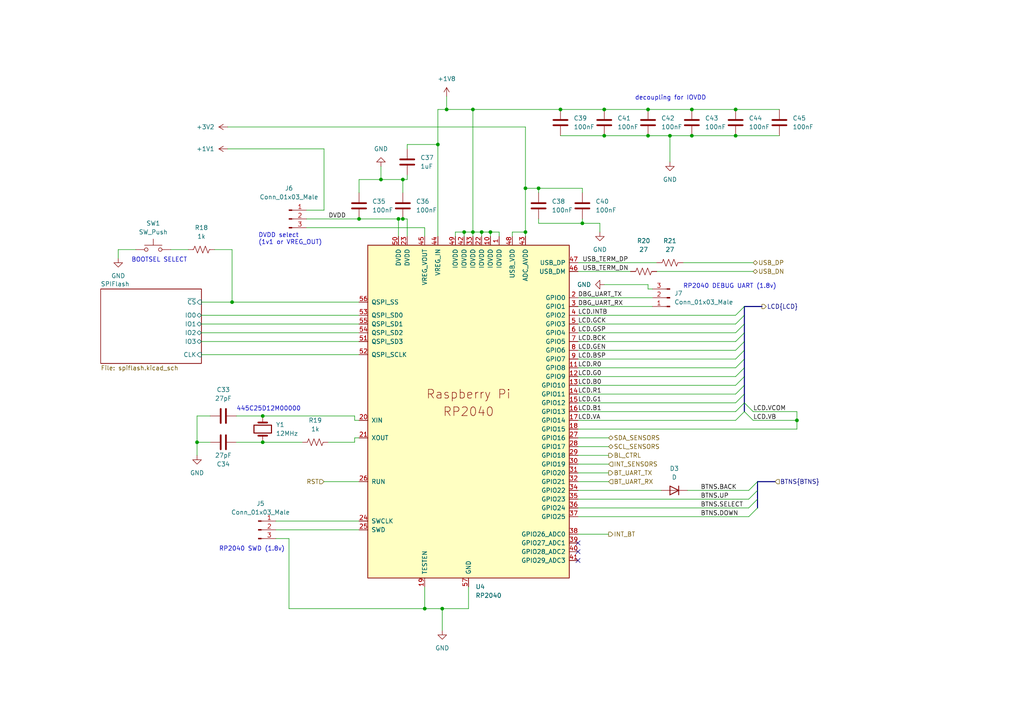
<source format=kicad_sch>
(kicad_sch (version 20211123) (generator eeschema)
  (paper "A4")
  (title_block (title "Main CPU") (rev "A") (company "Matthew Mirvish") (comment 1 "MWatch -- a cool smartwatch"))
  (lib_symbols
    (symbol "3v2:+3V2" (power) (pin_names (offset 0))
      (property "Value" "+3V2" (at 0 3.556 0))
      (symbol "+3V2_0_1"
        (polyline (pts (xy -0.762 1.27) (xy 0 2.54)))
        (polyline (pts (xy 0 0) (xy 0 2.54)))
        (polyline (pts (xy 0 2.54) (xy 0.762 1.27)))
      )
      (symbol "+3V2_1_1"
        (pin power_in line (at 0 0 90) (length 0) hide (name "+3V2") (number "1"))
      )
    )
    (symbol "Connector:Conn_01x03_Male" (pin_names (offset 1.016) hide)
      (property "Reference" "J" (at 0 5.08 0))
      (property "Value" "Conn_01x03_Male" (at 0 -5.08 0))
      (symbol "Conn_01x03_Male_1_1"
        (polyline (pts (xy 1.27 -2.54) (xy 0.8636 -2.54)) (stroke (width 0.1524)))
        (polyline (pts (xy 1.27 0) (xy 0.8636 0)) (stroke (width 0.1524)))
        (polyline (pts (xy 1.27 2.54) (xy 0.8636 2.54)) (stroke (width 0.1524)))
        (rectangle (start 0.8636 -2.413) (end 0 -2.667) (stroke (width 0.1524)) (fill (type outline)))
        (rectangle (start 0.8636 0.127) (end 0 -0.127) (stroke (width 0.1524)) (fill (type outline)))
        (rectangle (start 0.8636 2.667) (end 0 2.413) (stroke (width 0.1524)) (fill (type outline)))
        (pin passive line (at 5.08 2.54 180) (length 3.81) (name "Pin_1") (number "1"))
        (pin passive line (at 5.08 0 180) (length 3.81) (name "Pin_2") (number "2"))
        (pin passive line (at 5.08 -2.54 180) (length 3.81) (name "Pin_3") (number "3"))
      )
    )
    (symbol "Device:C" (pin_numbers hide) (pin_names (offset 0.254))
      (property "Reference" "C" (at 0.635 2.54 0))
      (property "Value" "C" (at 0.635 -2.54 0))
      (symbol "C_0_1"
        (polyline (pts (xy -2.032 -0.762) (xy 2.032 -0.762)) (stroke (width 0.508)))
        (polyline (pts (xy -2.032 0.762) (xy 2.032 0.762)) (stroke (width 0.508)))
      )
      (symbol "C_1_1"
        (pin passive line (at 0 3.81 270) (length 2.794) (name "~") (number "1"))
        (pin passive line (at 0 -3.81 90) (length 2.794) (name "~") (number "2"))
      )
    )
    (symbol "Device:Crystal" (pin_numbers hide) (pin_names (offset 1.016) hide)
      (property "Reference" "Y" (at 0 3.81 0))
      (property "Value" "Crystal" (at 0 -3.81 0))
      (symbol "Crystal_0_1"
        (rectangle (start -1.143 2.54) (end 1.143 -2.54) (stroke (width 0.3048)))
        (polyline (pts (xy -2.54 0) (xy -1.905 0)))
        (polyline (pts (xy -1.905 -1.27) (xy -1.905 1.27)) (stroke (width 0.508)))
        (polyline (pts (xy 1.905 -1.27) (xy 1.905 1.27)) (stroke (width 0.508)))
        (polyline (pts (xy 2.54 0) (xy 1.905 0)))
      )
      (symbol "Crystal_1_1"
        (pin passive line (at -3.81 0 0) (length 1.27) (name "1") (number "1"))
        (pin passive line (at 3.81 0 180) (length 1.27) (name "2") (number "2"))
      )
    )
    (symbol "Device:D" (pin_numbers hide) (pin_names (offset 1.016) hide)
      (property "Reference" "D" (at 0 2.54 0))
      (property "Value" "D" (at 0 -2.54 0))
      (symbol "D_0_1"
        (polyline (pts (xy -1.27 1.27) (xy -1.27 -1.27)) (stroke (width 0.254)))
        (polyline (pts (xy 1.27 0) (xy -1.27 0)))
        (polyline (pts (xy 1.27 1.27) (xy 1.27 -1.27) (xy -1.27 0) (xy 1.27 1.27)) (stroke (width 0.254)))
      )
      (symbol "D_1_1"
        (pin passive line (at -3.81 0 0) (length 2.54) (name "K") (number "1"))
        (pin passive line (at 3.81 0 180) (length 2.54) (name "A") (number "2"))
      )
    )
    (symbol "Device:R_US" (pin_numbers hide) (pin_names (offset 0))
      (property "Reference" "R" (at 2.54 0 90))
      (property "Value" "R_US" (at -2.54 0 90))
      (symbol "R_US_0_1"
        (polyline (pts (xy 0 -2.286) (xy 0 -2.54)))
        (polyline (pts (xy 0 2.286) (xy 0 2.54)))
        (polyline (pts (xy 0 -0.762) (xy 1.016 -1.143) (xy 0 -1.524) (xy -1.016 -1.905) (xy 0 -2.286)))
        (polyline (pts (xy 0 0.762) (xy 1.016 0.381) (xy 0 0) (xy -1.016 -0.381) (xy 0 -0.762)))
        (polyline (pts (xy 0 2.286) (xy 1.016 1.905) (xy 0 1.524) (xy -1.016 1.143) (xy 0 0.762)))
      )
      (symbol "R_US_1_1"
        (pin passive line (at 0 3.81 270) (length 1.27) (name "~") (number "1"))
        (pin passive line (at 0 -3.81 90) (length 1.27) (name "~") (number "2"))
      )
    )
    (symbol "Switch:SW_Push" (pin_numbers hide) (pin_names (offset 1.016) hide)
      (property "Reference" "SW" (at 1.27 2.54 0))
      (property "Value" "SW_Push" (at 0 -1.524 0))
      (symbol "SW_Push_0_1"
        (circle (center -2.032 0) (radius 0.508))
        (polyline (pts (xy 0 1.27) (xy 0 3.048)))
        (polyline (pts (xy 2.54 1.27) (xy -2.54 1.27)))
        (circle (center 2.032 0) (radius 0.508))
        (pin passive line (at -5.08 0 0) (length 2.54) (name "1") (number "1"))
        (pin passive line (at 5.08 0 180) (length 2.54) (name "2") (number "2"))
      )
    )
    (symbol "power:+1V1" (power) (pin_names (offset 0))
      (property "Value" "+1V1" (at 0 3.556 0))
      (symbol "+1V1_0_1"
        (polyline (pts (xy -0.762 1.27) (xy 0 2.54)))
        (polyline (pts (xy 0 0) (xy 0 2.54)))
        (polyline (pts (xy 0 2.54) (xy 0.762 1.27)))
      )
      (symbol "+1V1_1_1"
        (pin power_in line (at 0 0 90) (length 0) hide (name "+1V1") (number "1"))
      )
    )
    (symbol "power:+1V8" (power) (pin_names (offset 0))
      (property "Value" "+1V8" (at 0 3.556 0))
      (symbol "+1V8_0_1"
        (polyline (pts (xy -0.762 1.27) (xy 0 2.54)))
        (polyline (pts (xy 0 0) (xy 0 2.54)))
        (polyline (pts (xy 0 2.54) (xy 0.762 1.27)))
      )
      (symbol "+1V8_1_1"
        (pin power_in line (at 0 0 90) (length 0) hide (name "+1V8") (number "1"))
      )
    )
    (symbol "power:GND" (power) (pin_names (offset 0))
      (property "Value" "GND" (at 0 -3.81 0))
      (symbol "GND_0_1"
        (polyline (pts (xy 0 0) (xy 0 -1.27) (xy 1.27 -1.27) (xy 0 -2.54) (xy -1.27 -1.27) (xy 0 -1.27)))
      )
      (symbol "GND_1_1"
        (pin power_in line (at 0 0 270) (length 0) hide (name "GND") (number "1"))
      )
    )
    (symbol "rp2040:RP2040" (pin_names (offset 1.016))
      (property "Reference" "U" (at -29.21 49.53 0))
      (property "Value" "RP2040" (at 24.13 -49.53 0))
      (symbol "RP2040_0_0"
        (text "Raspberry Pi" (at 0 5.08 0) (effects (font (size 2.54 2.54))))
        (text "RP2040" (at 0 0 0) (effects (font (size 2.54 2.54))))
      )
      (symbol "RP2040_0_1"
        (rectangle (start 29.21 48.26) (end -29.21 -48.26) (stroke (width 0.254)) (fill (type background)))
      )
      (symbol "RP2040_1_1"
        (pin power_in line (at 8.89 50.8 270) (length 2.54) (name "IOVDD") (number "1"))
        (pin power_in line (at 6.35 50.8 270) (length 2.54) (name "IOVDD") (number "10"))
        (pin bidirectional line (at 31.75 12.7 180) (length 2.54) (name "GPIO8") (number "11"))
        (pin bidirectional line (at 31.75 10.16 180) (length 2.54) (name "GPIO9") (number "12"))
        (pin bidirectional line (at 31.75 7.62 180) (length 2.54) (name "GPIO10") (number "13"))
        (pin bidirectional line (at 31.75 5.08 180) (length 2.54) (name "GPIO11") (number "14"))
        (pin bidirectional line (at 31.75 2.54 180) (length 2.54) (name "GPIO12") (number "15"))
        (pin bidirectional line (at 31.75 0 180) (length 2.54) (name "GPIO13") (number "16"))
        (pin bidirectional line (at 31.75 -2.54 180) (length 2.54) (name "GPIO14") (number "17"))
        (pin bidirectional line (at 31.75 -5.08 180) (length 2.54) (name "GPIO15") (number "18"))
        (pin passive line (at -12.7 -50.8 90) (length 2.54) (name "TESTEN") (number "19"))
        (pin bidirectional line (at 31.75 33.02 180) (length 2.54) (name "GPIO0") (number "2"))
        (pin input line (at -31.75 -2.54 0) (length 2.54) (name "XIN") (number "20"))
        (pin passive line (at -31.75 -7.62 0) (length 2.54) (name "XOUT") (number "21"))
        (pin power_in line (at 3.81 50.8 270) (length 2.54) (name "IOVDD") (number "22"))
        (pin power_in line (at -17.78 50.8 270) (length 2.54) (name "DVDD") (number "23"))
        (pin output line (at -31.75 -31.75 0) (length 2.54) (name "SWCLK") (number "24"))
        (pin bidirectional line (at -31.75 -34.29 0) (length 2.54) (name "SWD") (number "25"))
        (pin input line (at -31.75 -20.32 0) (length 2.54) (name "RUN") (number "26"))
        (pin bidirectional line (at 31.75 -7.62 180) (length 2.54) (name "GPIO16") (number "27"))
        (pin bidirectional line (at 31.75 -10.16 180) (length 2.54) (name "GPIO17") (number "28"))
        (pin bidirectional line (at 31.75 -12.7 180) (length 2.54) (name "GPIO18") (number "29"))
        (pin bidirectional line (at 31.75 30.48 180) (length 2.54) (name "GPIO1") (number "3"))
        (pin bidirectional line (at 31.75 -15.24 180) (length 2.54) (name "GPIO19") (number "30"))
        (pin bidirectional line (at 31.75 -17.78 180) (length 2.54) (name "GPIO20") (number "31"))
        (pin bidirectional line (at 31.75 -20.32 180) (length 2.54) (name "GPIO21") (number "32"))
        (pin power_in line (at 1.27 50.8 270) (length 2.54) (name "IOVDD") (number "33"))
        (pin bidirectional line (at 31.75 -22.86 180) (length 2.54) (name "GPIO22") (number "34"))
        (pin bidirectional line (at 31.75 -25.4 180) (length 2.54) (name "GPIO23") (number "35"))
        (pin bidirectional line (at 31.75 -27.94 180) (length 2.54) (name "GPIO24") (number "36"))
        (pin bidirectional line (at 31.75 -30.48 180) (length 2.54) (name "GPIO25") (number "37"))
        (pin bidirectional line (at 31.75 -35.56 180) (length 2.54) (name "GPIO26_ADC0") (number "38"))
        (pin bidirectional line (at 31.75 -38.1 180) (length 2.54) (name "GPIO27_ADC1") (number "39"))
        (pin bidirectional line (at 31.75 27.94 180) (length 2.54) (name "GPIO2") (number "4"))
        (pin bidirectional line (at 31.75 -40.64 180) (length 2.54) (name "GPIO28_ADC2") (number "40"))
        (pin bidirectional line (at 31.75 -43.18 180) (length 2.54) (name "GPIO29_ADC3") (number "41"))
        (pin power_in line (at -1.27 50.8 270) (length 2.54) (name "IOVDD") (number "42"))
        (pin power_in line (at 16.51 50.8 270) (length 2.54) (name "ADC_AVDD") (number "43"))
        (pin power_in line (at -8.89 50.8 270) (length 2.54) (name "VREG_IN") (number "44"))
        (pin power_out line (at -12.7 50.8 270) (length 2.54) (name "VREG_VOUT") (number "45"))
        (pin bidirectional line (at 31.75 40.64 180) (length 2.54) (name "USB_DM") (number "46"))
        (pin bidirectional line (at 31.75 43.18 180) (length 2.54) (name "USB_DP") (number "47"))
        (pin power_in line (at 12.7 50.8 270) (length 2.54) (name "USB_VDD") (number "48"))
        (pin power_in line (at -3.81 50.8 270) (length 2.54) (name "IOVDD") (number "49"))
        (pin bidirectional line (at 31.75 25.4 180) (length 2.54) (name "GPIO3") (number "5"))
        (pin power_in line (at -20.32 50.8 270) (length 2.54) (name "DVDD") (number "50"))
        (pin bidirectional line (at -31.75 20.32 0) (length 2.54) (name "QSPI_SD3") (number "51"))
        (pin output line (at -31.75 16.51 0) (length 2.54) (name "QSPI_SCLK") (number "52"))
        (pin bidirectional line (at -31.75 27.94 0) (length 2.54) (name "QSPI_SD0") (number "53"))
        (pin bidirectional line (at -31.75 22.86 0) (length 2.54) (name "QSPI_SD2") (number "54"))
        (pin bidirectional line (at -31.75 25.4 0) (length 2.54) (name "QSPI_SD1") (number "55"))
        (pin bidirectional line (at -31.75 31.75 0) (length 2.54) (name "QSPI_SS") (number "56"))
        (pin power_in line (at 0 -50.8 90) (length 2.54) (name "GND") (number "57"))
        (pin bidirectional line (at 31.75 22.86 180) (length 2.54) (name "GPIO4") (number "6"))
        (pin bidirectional line (at 31.75 20.32 180) (length 2.54) (name "GPIO5") (number "7"))
        (pin bidirectional line (at 31.75 17.78 180) (length 2.54) (name "GPIO6") (number "8"))
        (pin bidirectional line (at 31.75 15.24 180) (length 2.54) (name "GPIO7") (number "9"))
      )
    )
  )
  (junction (at 162.56 31.75))
  (junction (at 175.26 39.37))
  (junction (at 67.31 87.63))
  (junction (at 76.2 120.65))
  (junction (at 134.62 67.31))
  (junction (at 213.36 39.37))
  (junction (at 137.16 67.31))
  (junction (at 139.7 67.31))
  (junction (at 57.15 128.27))
  (junction (at 137.16 31.75))
  (junction (at 142.24 67.31))
  (junction (at 231.14 121.92))
  (junction (at 194.31 39.37))
  (junction (at 104.14 63.5))
  (junction (at 123.19 176.53))
  (junction (at 129.54 31.75))
  (junction (at 168.91 64.77))
  (junction (at 156.21 54.61))
  (junction (at 152.4 54.61))
  (junction (at 200.66 31.75))
  (junction (at 116.84 63.5))
  (junction (at 110.49 52.07))
  (junction (at 115.57 63.5))
  (junction (at 200.66 39.37))
  (junction (at 187.96 39.37))
  (junction (at 175.26 31.75))
  (junction (at 76.2 128.27))
  (junction (at 116.84 52.07))
  (junction (at 127 41.91))
  (junction (at 128.27 176.53))
  (junction (at 152.4 67.31))
  (junction (at 213.36 31.75))
  (junction (at 187.96 31.75))
  (no_connect (at 167.64 157.48))
  (no_connect (at 167.64 160.02))
  (no_connect (at 167.64 162.56))
  (bus_entry (at 219.71 139.7) (size -2.54 2.54))
  (bus_entry (at 215.9 91.44) (size -2.54 2.54))
  (bus_entry (at 215.9 104.14) (size -2.54 2.54))
  (bus_entry (at 215.9 106.68) (size -2.54 2.54))
  (bus_entry (at 215.9 109.22) (size -2.54 2.54))
  (bus_entry (at 219.71 147.32) (size -2.54 2.54))
  (bus_entry (at 215.9 93.98) (size -2.54 2.54))
  (bus_entry (at 215.9 114.3) (size -2.54 2.54))
  (bus_entry (at 215.9 116.84) (size -2.54 2.54))
  (bus_entry (at 215.9 119.38) (size -2.54 2.54))
  (bus_entry (at 215.9 116.84) (size 2.54 2.54))
  (bus_entry (at 219.71 144.78) (size -2.54 2.54))
  (bus_entry (at 215.9 99.06) (size -2.54 2.54))
  (bus_entry (at 215.9 111.76) (size -2.54 2.54))
  (bus_entry (at 215.9 101.6) (size -2.54 2.54))
  (bus_entry (at 215.9 96.52) (size -2.54 2.54))
  (bus_entry (at 215.9 88.9) (size -2.54 2.54))
  (bus_entry (at 219.71 142.24) (size -2.54 2.54))
  (bus_entry (at 215.9 119.38) (size 2.54 2.54))
  (wire (pts (xy 167.64 86.36) (xy 189.23 86.36)))
  (wire (pts (xy 213.36 31.75) (xy 226.06 31.75)))
  (wire (pts (xy 167.64 78.74) (xy 182.88 78.74)))
  (wire (pts (xy 167.64 114.3) (xy 213.36 114.3)))
  (wire (pts (xy 88.9 66.04) (xy 123.19 66.04)))
  (wire (pts (xy 58.42 93.98) (xy 104.14 93.98)))
  (wire (pts (xy 167.64 99.06) (xy 213.36 99.06)))
  (wire (pts (xy 167.64 93.98) (xy 213.36 93.98)))
  (wire (pts (xy 128.27 176.53) (xy 128.27 182.88)))
  (wire (pts (xy 167.64 106.68) (xy 213.36 106.68)))
  (wire (pts (xy 104.14 52.07) (xy 110.49 52.07)))
  (wire (pts (xy 167.64 142.24) (xy 191.77 142.24)))
  (wire (pts (xy 132.08 67.31) (xy 132.08 68.58)))
  (bus (pts (xy 215.9 114.3) (xy 215.9 116.84)))
  (bus (pts (xy 215.9 111.76) (xy 215.9 114.3)))
  (wire (pts (xy 167.64 109.22) (xy 213.36 109.22)))
  (wire (pts (xy 128.27 176.53) (xy 123.19 176.53)))
  (wire (pts (xy 34.29 72.39) (xy 39.37 72.39)))
  (wire (pts (xy 173.99 67.31) (xy 173.99 64.77)))
  (wire (pts (xy 132.08 67.31) (xy 134.62 67.31)))
  (wire (pts (xy 102.87 120.65) (xy 102.87 121.92)))
  (bus (pts (xy 215.9 88.9) (xy 215.9 91.44)))
  (wire (pts (xy 104.14 55.88) (xy 104.14 52.07)))
  (wire (pts (xy 102.87 128.27) (xy 102.87 127)))
  (wire (pts (xy 58.42 102.87) (xy 104.14 102.87)))
  (wire (pts (xy 57.15 132.08) (xy 57.15 128.27)))
  (wire (pts (xy 139.7 67.31) (xy 139.7 68.58)))
  (wire (pts (xy 152.4 68.58) (xy 152.4 67.31)))
  (wire (pts (xy 118.11 50.8) (xy 118.11 52.07)))
  (wire (pts (xy 34.29 74.93) (xy 34.29 72.39)))
  (bus (pts (xy 215.9 109.22) (xy 215.9 111.76)))
  (wire (pts (xy 66.04 36.83) (xy 152.4 36.83)))
  (wire (pts (xy 95.25 128.27) (xy 102.87 128.27)))
  (wire (pts (xy 123.19 68.58) (xy 123.19 66.04)))
  (wire (pts (xy 156.21 64.77) (xy 156.21 63.5)))
  (wire (pts (xy 135.89 170.18) (xy 135.89 176.53)))
  (wire (pts (xy 118.11 63.5) (xy 118.11 68.58)))
  (wire (pts (xy 129.54 27.94) (xy 129.54 31.75)))
  (wire (pts (xy 175.26 82.55) (xy 187.96 82.55)))
  (wire (pts (xy 213.36 91.44) (xy 167.64 91.44)))
  (wire (pts (xy 162.56 31.75) (xy 175.26 31.75)))
  (wire (pts (xy 58.42 99.06) (xy 104.14 99.06)))
  (wire (pts (xy 118.11 41.91) (xy 118.11 43.18)))
  (wire (pts (xy 127 31.75) (xy 127 41.91)))
  (wire (pts (xy 198.12 76.2) (xy 218.44 76.2)))
  (wire (pts (xy 175.26 31.75) (xy 187.96 31.75)))
  (wire (pts (xy 167.64 127) (xy 176.53 127)))
  (wire (pts (xy 142.24 67.31) (xy 142.24 68.58)))
  (wire (pts (xy 187.96 82.55) (xy 187.96 83.82)))
  (wire (pts (xy 156.21 54.61) (xy 168.91 54.61)))
  (wire (pts (xy 80.01 153.67) (xy 104.14 153.67)))
  (wire (pts (xy 167.64 111.76) (xy 213.36 111.76)))
  (wire (pts (xy 142.24 67.31) (xy 144.78 67.31)))
  (wire (pts (xy 127 31.75) (xy 129.54 31.75)))
  (bus (pts (xy 220.98 88.9) (xy 215.9 88.9)))
  (wire (pts (xy 137.16 67.31) (xy 139.7 67.31)))
  (wire (pts (xy 200.66 31.75) (xy 213.36 31.75)))
  (wire (pts (xy 162.56 39.37) (xy 175.26 39.37)))
  (wire (pts (xy 231.14 121.92) (xy 231.14 124.46)))
  (wire (pts (xy 152.4 54.61) (xy 156.21 54.61)))
  (wire (pts (xy 60.96 120.65) (xy 57.15 120.65)))
  (wire (pts (xy 190.5 78.74) (xy 218.44 78.74)))
  (bus (pts (xy 215.9 96.52) (xy 215.9 99.06)))
  (wire (pts (xy 167.64 147.32) (xy 217.17 147.32)))
  (wire (pts (xy 167.64 96.52) (xy 213.36 96.52)))
  (wire (pts (xy 137.16 31.75) (xy 162.56 31.75)))
  (bus (pts (xy 215.9 93.98) (xy 215.9 96.52)))
  (wire (pts (xy 88.9 63.5) (xy 104.14 63.5)))
  (wire (pts (xy 116.84 52.07) (xy 116.84 55.88)))
  (wire (pts (xy 104.14 63.5) (xy 115.57 63.5)))
  (wire (pts (xy 115.57 63.5) (xy 115.57 68.58)))
  (wire (pts (xy 187.96 39.37) (xy 194.31 39.37)))
  (wire (pts (xy 200.66 39.37) (xy 213.36 39.37)))
  (wire (pts (xy 58.42 96.52) (xy 104.14 96.52)))
  (wire (pts (xy 137.16 67.31) (xy 137.16 68.58)))
  (wire (pts (xy 116.84 63.5) (xy 115.57 63.5)))
  (wire (pts (xy 167.64 132.08) (xy 176.53 132.08)))
  (wire (pts (xy 68.58 128.27) (xy 76.2 128.27)))
  (bus (pts (xy 215.9 91.44) (xy 215.9 93.98)))
  (wire (pts (xy 167.64 139.7) (xy 176.53 139.7)))
  (wire (pts (xy 93.98 43.18) (xy 66.04 43.18)))
  (wire (pts (xy 76.2 120.65) (xy 102.87 120.65)))
  (wire (pts (xy 67.31 72.39) (xy 67.31 87.63)))
  (wire (pts (xy 194.31 39.37) (xy 200.66 39.37)))
  (wire (pts (xy 76.2 128.27) (xy 87.63 128.27)))
  (wire (pts (xy 110.49 48.26) (xy 110.49 52.07)))
  (wire (pts (xy 187.96 83.82) (xy 189.23 83.82)))
  (wire (pts (xy 156.21 55.88) (xy 156.21 54.61)))
  (wire (pts (xy 218.44 121.92) (xy 231.14 121.92)))
  (wire (pts (xy 118.11 52.07) (xy 116.84 52.07)))
  (wire (pts (xy 134.62 67.31) (xy 137.16 67.31)))
  (bus (pts (xy 224.79 139.7) (xy 219.71 139.7)))
  (wire (pts (xy 127 41.91) (xy 127 68.58)))
  (wire (pts (xy 139.7 67.31) (xy 142.24 67.31)))
  (wire (pts (xy 129.54 31.75) (xy 137.16 31.75)))
  (wire (pts (xy 88.9 60.96) (xy 93.98 60.96)))
  (wire (pts (xy 80.01 151.13) (xy 104.14 151.13)))
  (wire (pts (xy 134.62 68.58) (xy 134.62 67.31)))
  (bus (pts (xy 219.71 144.78) (xy 219.71 147.32)))
  (bus (pts (xy 215.9 99.06) (xy 215.9 101.6)))
  (wire (pts (xy 167.64 76.2) (xy 190.5 76.2)))
  (wire (pts (xy 167.64 119.38) (xy 213.36 119.38)))
  (wire (pts (xy 168.91 63.5) (xy 168.91 64.77)))
  (wire (pts (xy 187.96 31.75) (xy 200.66 31.75)))
  (wire (pts (xy 231.14 119.38) (xy 231.14 121.92)))
  (wire (pts (xy 93.98 60.96) (xy 93.98 43.18)))
  (bus (pts (xy 215.9 101.6) (xy 215.9 104.14)))
  (wire (pts (xy 93.98 139.7) (xy 104.14 139.7)))
  (wire (pts (xy 116.84 63.5) (xy 118.11 63.5)))
  (wire (pts (xy 62.23 72.39) (xy 67.31 72.39)))
  (wire (pts (xy 167.64 124.46) (xy 231.14 124.46)))
  (wire (pts (xy 118.11 41.91) (xy 127 41.91)))
  (bus (pts (xy 215.9 116.84) (xy 215.9 119.38)))
  (wire (pts (xy 152.4 54.61) (xy 152.4 67.31)))
  (wire (pts (xy 123.19 176.53) (xy 123.19 170.18)))
  (wire (pts (xy 167.64 104.14) (xy 213.36 104.14)))
  (wire (pts (xy 67.31 87.63) (xy 104.14 87.63)))
  (wire (pts (xy 168.91 64.77) (xy 156.21 64.77)))
  (wire (pts (xy 83.82 156.21) (xy 80.01 156.21)))
  (wire (pts (xy 167.64 144.78) (xy 217.17 144.78)))
  (wire (pts (xy 167.64 121.92) (xy 213.36 121.92)))
  (wire (pts (xy 49.53 72.39) (xy 54.61 72.39)))
  (wire (pts (xy 58.42 91.44) (xy 104.14 91.44)))
  (bus (pts (xy 215.9 106.68) (xy 215.9 109.22)))
  (wire (pts (xy 167.64 129.54) (xy 176.53 129.54)))
  (wire (pts (xy 58.42 87.63) (xy 67.31 87.63)))
  (bus (pts (xy 219.71 139.7) (xy 219.71 142.24)))
  (wire (pts (xy 175.26 39.37) (xy 187.96 39.37)))
  (bus (pts (xy 219.71 142.24) (xy 219.71 144.78)))
  (wire (pts (xy 194.31 46.99) (xy 194.31 39.37)))
  (wire (pts (xy 148.59 67.31) (xy 148.59 68.58)))
  (wire (pts (xy 167.64 134.62) (xy 176.53 134.62)))
  (wire (pts (xy 199.39 142.24) (xy 217.17 142.24)))
  (wire (pts (xy 102.87 121.92) (xy 104.14 121.92)))
  (wire (pts (xy 57.15 128.27) (xy 60.96 128.27)))
  (wire (pts (xy 152.4 67.31) (xy 148.59 67.31)))
  (wire (pts (xy 167.64 137.16) (xy 176.53 137.16)))
  (wire (pts (xy 167.64 101.6) (xy 213.36 101.6)))
  (bus (pts (xy 215.9 104.14) (xy 215.9 106.68)))
  (wire (pts (xy 173.99 64.77) (xy 168.91 64.77)))
  (wire (pts (xy 168.91 54.61) (xy 168.91 55.88)))
  (wire (pts (xy 102.87 127) (xy 104.14 127)))
  (wire (pts (xy 218.44 119.38) (xy 231.14 119.38)))
  (wire (pts (xy 167.64 149.86) (xy 217.17 149.86)))
  (wire (pts (xy 68.58 120.65) (xy 76.2 120.65)))
  (wire (pts (xy 110.49 52.07) (xy 116.84 52.07)))
  (wire (pts (xy 144.78 68.58) (xy 144.78 67.31)))
  (wire (pts (xy 167.64 154.94) (xy 176.53 154.94)))
  (wire (pts (xy 135.89 176.53) (xy 128.27 176.53)))
  (wire (pts (xy 167.64 116.84) (xy 213.36 116.84)))
  (wire (pts (xy 83.82 176.53) (xy 83.82 156.21)))
  (wire (pts (xy 213.36 39.37) (xy 226.06 39.37)))
  (wire (pts (xy 123.19 176.53) (xy 83.82 176.53)))
  (wire (pts (xy 137.16 31.75) (xy 137.16 67.31)))
  (wire (pts (xy 57.15 120.65) (xy 57.15 128.27)))
  (wire (pts (xy 167.64 88.9) (xy 189.23 88.9)))
  (wire (pts (xy 152.4 36.83) (xy 152.4 54.61)))
  (text "decoupling for IOVDD" (at 184.15 29.21 0) (effects (font (size 1.27 1.27)) (justify left bottom)))
  (text "RP2040 SWD (1.8v)" (at 63.5 160.02 0) (effects (font (size 1.27 1.27)) (justify left bottom)))
  (text "445C25D12M00000" (at 68.58 119.38 0) (effects (font (size 1.27 1.27)) (justify left bottom)))
  (text "RP2040 DEBUG UART (1.8v)" (at 198.12 83.82 0) (effects (font (size 1.27 1.27)) (justify left bottom)))
  (text "DVDD select\n(1v1 or VREG_OUT)" (at 74.93 71.12 0) (effects (font (size 1.27 1.27)) (justify left bottom)))
  (text "BOOTSEL SELECT" (at 38.1 76.2 0) (effects (font (size 1.27 1.27)) (justify left bottom)))
  (label "LCD.G1" (at 167.64 116.84 0))
  (label "BTNS.BACK" (at 203.2 142.24 0))
  (label "LCD.G0" (at 167.64 109.22 0))
  (label "LCD.GSP" (at 167.64 96.52 0))
  (label "DVDD" (at 95.25 63.5 0))
  (label "BTNS.SELECT" (at 203.2 147.32 0))
  (label "USB_TERM_DP" (at 168.91 76.2 0))
  (label "DBG_UART_RX" (at 167.64 88.9 0))
  (label "LCD.GCK" (at 167.64 93.98 0))
  (label "USB_TERM_DN" (at 168.91 78.74 0))
  (label "LCD.BCK" (at 167.64 99.06 0))
  (label "LCD.R0" (at 167.64 106.68 0))
  (label "LCD.GEN" (at 167.64 101.6 0))
  (label "LCD.VB" (at 218.44 121.92 0))
  (label "LCD.VA" (at 167.64 121.92 0))
  (label "BTNS.UP" (at 203.2 144.78 0))
  (label "LCD.B0" (at 167.64 111.76 0))
  (label "LCD.R1" (at 167.64 114.3 0))
  (label "LCD.VCOM" (at 218.44 119.38 0))
  (label "DBG_UART_TX" (at 167.64 86.36 0))
  (label "LCD.BSP" (at 167.64 104.14 0))
  (label "LCD.B1" (at 167.64 119.38 0))
  (label "BTNS.DOWN" (at 203.2 149.86 0))
  (label "LCD.INTB" (at 167.64 91.44 0))
  (hierarchical_label "LCD{LCD}" (shape output) (at 220.98 88.9 0))
  (hierarchical_label "USB_DP" (shape bidirectional) (at 218.44 76.2 0))
  (hierarchical_label "RST" (shape input) (at 93.98 139.7 180))
  (hierarchical_label "USB_DN" (shape bidirectional) (at 218.44 78.74 0))
  (hierarchical_label "BTNS{BTNS}" (shape input) (at 224.79 139.7 0))
  (hierarchical_label "INT_SENSORS" (shape input) (at 176.53 134.62 0))
  (hierarchical_label "SCL_SENSORS" (shape bidirectional) (at 176.53 129.54 0))
  (hierarchical_label "BL_CTRL" (shape output) (at 176.53 132.08 0))
  (hierarchical_label "INT_BT" (shape output) (at 176.53 154.94 0))
  (hierarchical_label "SDA_SENSORS" (shape bidirectional) (at 176.53 127 0))
  (hierarchical_label "BT_UART_TX" (shape output) (at 176.53 137.16 0))
  (hierarchical_label "BT_UART_RX" (shape input) (at 176.53 139.7 0))
  (symbol (lib_id "rp2040:RP2040") (at 135.89 119.38 0) (unit 1)
    (property "Reference" "U4" (at 137.9094 170.18 0) (effects (justify left)))
    (property "Value" "RP2040" (at 137.9094 172.72 0) (effects (justify left)))
    (property "Footprint" "rp2040:RP2040-QFN-56" (effects hide))
    (property "Description" "IC RP2040 DUAL CORE MCU 56-QFN" (effects hide))
    (property "MPN" "SC0914(7)" (effects hide))
  )
  (symbol (lib_id "Device:C") (at 118.11 46.99 0) (unit 1)
    (property "Reference" "C37" (at 121.92 45.7199 0) (effects (justify left)))
    (property "Value" "1uF" (at 121.92 48.2599 0) (effects (justify left)))
    (property "Footprint" "Capacitor_SMD:C_0201_0603Metric" (effects hide))
    (property "Description" "CAP CERM 1uF +/10% 25V X5R 0201" (effects hide))
  )
  (symbol (lib_id "power:GND") (at 173.99 67.31 0) (unit 1)
    (property "Reference" "#PWR025" (effects hide))
    (property "Value" "GND" (at 173.99 72.39 0))
  )
  (symbol (lib_id "Device:C") (at 187.96 35.56 0) (unit 1)
    (property "Reference" "C42" (at 191.77 34.2899 0) (effects (justify left)))
    (property "Value" "100nF" (at 191.77 36.8299 0) (effects (justify left)))
    (property "Footprint" "Capacitor_SMD:C_0201_0603Metric" (effects hide))
    (property "Description" "CAP CERM 100nF +/10% 25V X5R 0201" (effects hide))
  )
  (symbol (lib_id "Connector:Conn_01x03_Male") (at 194.31 86.36 180) (unit 1)
    (property "Reference" "J7" (at 195.58 85.0899 0) (effects (justify right)))
    (property "Value" "Conn_01x03_Male" (at 195.58 87.6299 0) (effects (justify right)))
    (property "Footprint" "Connector_PinHeader_2.54mm:PinHeader_1x03_P2.54mm_Vertical" (effects hide))
    (property "Description" "CONN HEADER VERT 3POS 2.54MM" (effects hide))
  )
  (symbol (lib_id "Device:Crystal") (at 76.2 124.46 270) (unit 1)
    (property "Reference" "Y1" (at 80.01 123.1899 90) (effects (justify left)))
    (property "Value" "12MHz" (at 80.01 125.7299 90) (effects (justify left)))
    (property "Footprint" "Crystal:Crystal_SMD_5032-2Pin_5.0x3.2mm" (effects hide))
    (property "Description" "CRYSTAL 12.0000MHZ 18pF SMD" (effects hide))
    (property "MPN" "445C25D12M00000" (effects hide))
  )
  (symbol (lib_id "power:GND") (at 194.31 46.99 0) (unit 1)
    (property "Reference" "#PWR027" (effects hide))
    (property "Value" "GND" (at 194.31 52.07 0))
  )
  (symbol (lib_id "power:GND") (at 110.49 48.26 180) (unit 1)
    (property "Reference" "#PWR022" (effects hide))
    (property "Value" "GND" (at 110.49 43.18 0))
  )
  (symbol (lib_id "Switch:SW_Push") (at 44.45 72.39 0) (unit 1)
    (property "Reference" "SW1" (at 44.45 64.77 0))
    (property "Value" "SW_Push" (at 44.45 67.31 0))
    (property "Footprint" "Button_Switch_THT:SW_PUSH_6mm" (effects hide))
    (property "Description" "SWITCH TACTILE SPST-NO 0.05A 24V" (effects hide))
    (property "MPN" "B3F-1020" (effects hide))
  )
  (symbol (lib_id "power:GND") (at 128.27 182.88 0) (unit 1)
    (property "Reference" "#PWR023" (effects hide))
    (property "Value" "GND" (at 128.27 187.96 0))
  )
  (symbol (lib_id "Device:C") (at 175.26 35.56 0) (unit 1)
    (property "Reference" "C41" (at 179.07 34.2899 0) (effects (justify left)))
    (property "Value" "100nF" (at 179.07 36.8299 0) (effects (justify left)))
    (property "Footprint" "Capacitor_SMD:C_0201_0603Metric" (effects hide))
    (property "Description" "CAP CERM 100nF +/10% 25V X5R 0201" (effects hide))
  )
  (symbol (lib_id "power:+1V1") (at 66.04 43.18 90) (unit 1)
    (property "Reference" "#PWR021" (effects hide))
    (property "Value" "+1V1" (at 62.23 43.1799 90) (effects (justify left)))
  )
  (symbol (lib_id "Device:C") (at 213.36 35.56 0) (unit 1)
    (property "Reference" "C44" (at 217.17 34.2899 0) (effects (justify left)))
    (property "Value" "100nF" (at 217.17 36.8299 0) (effects (justify left)))
    (property "Footprint" "Capacitor_SMD:C_0201_0603Metric" (effects hide))
    (property "Description" "CAP CERM 100nF +/10% 25V X5R 0201" (effects hide))
  )
  (symbol (lib_id "Device:C") (at 64.77 120.65 90) (unit 1)
    (property "Reference" "C33" (at 64.77 113.03 90))
    (property "Value" "27pF" (at 64.77 115.57 90))
    (property "Footprint" "Capacitor_SMD:C_0201_0603Metric" (effects hide))
    (property "Description" "CAP CERM 27pF +/- 5% 50V C0G/NP0 0201" (effects hide))
  )
  (symbol (lib_id "Device:C") (at 200.66 35.56 0) (unit 1)
    (property "Reference" "C43" (at 204.47 34.2899 0) (effects (justify left)))
    (property "Value" "100nF" (at 204.47 36.8299 0) (effects (justify left)))
    (property "Footprint" "Capacitor_SMD:C_0201_0603Metric" (effects hide))
    (property "Description" "CAP CERM 100nF +/10% 25V X5R 0201" (effects hide))
  )
  (symbol (lib_id "Device:C") (at 156.21 59.69 0) (unit 1)
    (property "Reference" "C38" (at 160.02 58.4199 0) (effects (justify left)))
    (property "Value" "100nF" (at 160.02 60.9599 0) (effects (justify left)))
    (property "Footprint" "Capacitor_SMD:C_0201_0603Metric" (effects hide))
    (property "Description" "CAP CERM 100nF +/10% 25V X5R 0201" (effects hide))
  )
  (symbol (lib_id "Device:C") (at 64.77 128.27 90) (unit 1)
    (property "Reference" "C34" (at 64.77 134.62 90))
    (property "Value" "27pF" (at 64.77 132.08 90))
    (property "Footprint" "Capacitor_SMD:C_0201_0603Metric" (effects hide))
    (property "Description" "CAP CERM 27pF +/- 5% 50V C0G/NP0 0201" (effects hide))
  )
  (symbol (lib_id "Device:R_US") (at 58.42 72.39 90) (unit 1)
    (property "Reference" "R18" (at 58.42 66.04 90))
    (property "Value" "1k" (at 58.42 68.58 90))
    (property "Footprint" "Resistor_SMD:R_0201_0603Metric" (effects hide))
    (property "Description" "RES SMD 1KOHM 1% 1/20W 0201" (effects hide))
  )
  (symbol (lib_id "Device:R_US") (at 91.44 128.27 90) (unit 1)
    (property "Reference" "R19" (at 91.44 121.92 90))
    (property "Value" "1k" (at 91.44 124.46 90))
    (property "Footprint" "Resistor_SMD:R_0201_0603Metric" (effects hide))
    (property "Description" "RES SMD 1KOHM 1% 1/20W 0201" (effects hide))
  )
  (symbol (lib_id "Device:C") (at 116.84 59.69 0) (unit 1)
    (property "Reference" "C36" (at 120.65 58.4199 0) (effects (justify left)))
    (property "Value" "100nF" (at 120.65 60.9599 0) (effects (justify left)))
    (property "Footprint" "Capacitor_SMD:C_0201_0603Metric" (effects hide))
    (property "Description" "CAP CERM 100nF +/10% 25V X5R 0201" (effects hide))
  )
  (symbol (lib_id "Device:C") (at 226.06 35.56 0) (unit 1)
    (property "Reference" "C45" (at 229.87 34.2899 0) (effects (justify left)))
    (property "Value" "100nF" (at 229.87 36.8299 0) (effects (justify left)))
    (property "Footprint" "Capacitor_SMD:C_0201_0603Metric" (effects hide))
    (property "Description" "CAP CERM 100nF +/10% 25V X5R 0201" (effects hide))
  )
  (symbol (lib_id "power:+1V8") (at 129.54 27.94 0) (unit 1)
    (property "Reference" "#PWR024" (effects hide))
    (property "Value" "+1V8" (at 129.54 22.86 0))
  )
  (symbol (lib_id "power:GND") (at 34.29 74.93 0) (unit 1)
    (property "Reference" "#PWR018" (effects hide))
    (property "Value" "GND" (at 34.29 80.01 0))
  )
  (symbol (lib_id "Connector:Conn_01x03_Male") (at 74.93 153.67 0) (unit 1)
    (property "Reference" "J5" (at 75.565 146.05 0))
    (property "Value" "Conn_01x03_Male" (at 75.565 148.59 0))
    (property "Footprint" "Connector_PinHeader_2.54mm:PinHeader_1x03_P2.54mm_Vertical" (effects hide))
    (property "Description" "CONN HEADER VERT 3POS 2.54MM" (effects hide))
  )
  (symbol (lib_id "power:GND") (at 175.26 82.55 270) (unit 1)
    (property "Reference" "#PWR026" (effects hide))
    (property "Value" "GND" (at 171.45 82.5499 90) (effects (justify right)))
  )
  (symbol (lib_id "Device:C") (at 168.91 59.69 0) (unit 1)
    (property "Reference" "C40" (at 172.72 58.4199 0) (effects (justify left)))
    (property "Value" "100nF" (at 172.72 60.9599 0) (effects (justify left)))
    (property "Footprint" "Capacitor_SMD:C_0201_0603Metric" (effects hide))
    (property "Description" "CAP CERM 100nF +/10% 25V X5R 0201" (effects hide))
  )
  (symbol (lib_id "3v2:+3V2") (at 66.04 36.83 90) (unit 1)
    (property "Reference" "#PWR020" (effects hide))
    (property "Value" "+3V2" (at 62.23 36.8299 90) (effects (justify left)))
  )
  (symbol (lib_id "Device:D") (at 195.58 142.24 180) (unit 1)
    (property "Reference" "D3" (at 195.58 135.89 0))
    (property "Value" "D" (at 195.58 138.43 0))
    (property "Footprint" "Diode_SMD:D_SOD-323" (effects hide))
    (property "Description" "DIODE SCHOTTKY 30V 1A USC" (effects hide))
    (property "MPN" "CUS10S30,H3F" (effects hide))
  )
  (symbol (lib_id "Device:C") (at 104.14 59.69 0) (unit 1)
    (property "Reference" "C35" (at 107.95 58.4199 0) (effects (justify left)))
    (property "Value" "100nF" (at 107.95 60.9599 0) (effects (justify left)))
    (property "Footprint" "Capacitor_SMD:C_0201_0603Metric" (effects hide))
    (property "Description" "CAP CERM 100nF +/10% 25V X5R 0201" (effects hide))
  )
  (symbol (lib_id "Connector:Conn_01x03_Male") (at 83.82 63.5 0) (unit 1)
    (property "Reference" "J6" (at 83.82 54.61 0))
    (property "Value" "Conn_01x03_Male" (at 83.82 57.15 0))
    (property "Footprint" "Connector_PinHeader_2.54mm:PinHeader_1x03_P2.54mm_Vertical" (effects hide))
    (property "Description" "CONN HEADER VERT 3POS 2.54MM" (effects hide))
  )
  (symbol (lib_id "Device:R_US") (at 186.69 78.74 90) (unit 1)
    (property "Reference" "R20" (at 186.69 69.85 90))
    (property "Value" "27" (at 186.69 72.39 90))
    (property "Footprint" "Resistor_SMD:R_0201_0603Metric" (effects hide))
    (property "Description" "RES SMD 27OHM 1% 1/20W 0201" (effects hide))
  )
  (symbol (lib_id "Device:R_US") (at 194.31 76.2 90) (unit 1)
    (property "Reference" "R21" (at 194.31 69.85 90))
    (property "Value" "27" (at 194.31 72.39 90))
    (property "Footprint" "Resistor_SMD:R_0201_0603Metric" (effects hide))
    (property "Description" "RES SMD 27OHM 1% 1/20W 0201" (effects hide))
  )
  (symbol (lib_id "Device:C") (at 162.56 35.56 0) (unit 1)
    (property "Reference" "C39" (at 166.37 34.2899 0) (effects (justify left)))
    (property "Value" "100nF" (at 166.37 36.8299 0) (effects (justify left)))
    (property "Footprint" "Capacitor_SMD:C_0201_0603Metric" (effects hide))
    (property "Description" "CAP CERM 100nF +/10% 25V X5R 0201" (effects hide))
  )
  (symbol (lib_id "power:GND") (at 57.15 132.08 0) (unit 1)
    (property "Reference" "#PWR019" (effects hide))
    (property "Value" "GND" (at 57.15 137.16 0))
  )
  (sheet (at 29.21 83.82) (size 29.21 21.59) (stroke (width 0.1524))
    (property "Sheet name" "SPIFlash" (at 29.21 83.1084 0) (effects (justify left bottom)))
    (property "Sheet file" "spiflash.kicad_sch" (at 29.21 105.9946 0) (effects (justify left top)))
    (pin "IO1" bidirectional (at 58.42 93.98 0))
    (pin "IO2" bidirectional (at 58.42 96.52 0))
    (pin "IO3" bidirectional (at 58.42 99.06 0))
    (pin "IO0" bidirectional (at 58.42 91.44 0))
    (pin "CLK" input (at 58.42 102.87 0))
    (pin "~{CS}" input (at 58.42 87.63 0))
  )
)
</source>
